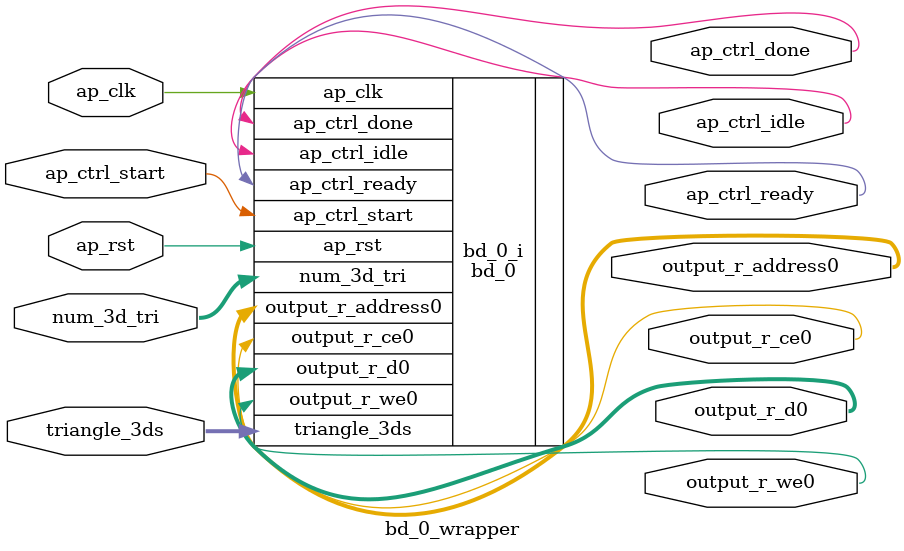
<source format=v>
`timescale 1 ps / 1 ps

module bd_0_wrapper
   (ap_clk,
    ap_ctrl_done,
    ap_ctrl_idle,
    ap_ctrl_ready,
    ap_ctrl_start,
    ap_rst,
    num_3d_tri,
    output_r_address0,
    output_r_ce0,
    output_r_d0,
    output_r_we0,
    triangle_3ds);
  input ap_clk;
  output ap_ctrl_done;
  output ap_ctrl_idle;
  output ap_ctrl_ready;
  input ap_ctrl_start;
  input ap_rst;
  input [31:0]num_3d_tri;
  output [15:0]output_r_address0;
  output output_r_ce0;
  output [7:0]output_r_d0;
  output output_r_we0;
  input [71:0]triangle_3ds;

  wire ap_clk;
  wire ap_ctrl_done;
  wire ap_ctrl_idle;
  wire ap_ctrl_ready;
  wire ap_ctrl_start;
  wire ap_rst;
  wire [31:0]num_3d_tri;
  wire [15:0]output_r_address0;
  wire output_r_ce0;
  wire [7:0]output_r_d0;
  wire output_r_we0;
  wire [71:0]triangle_3ds;

  bd_0 bd_0_i
       (.ap_clk(ap_clk),
        .ap_ctrl_done(ap_ctrl_done),
        .ap_ctrl_idle(ap_ctrl_idle),
        .ap_ctrl_ready(ap_ctrl_ready),
        .ap_ctrl_start(ap_ctrl_start),
        .ap_rst(ap_rst),
        .num_3d_tri(num_3d_tri),
        .output_r_address0(output_r_address0),
        .output_r_ce0(output_r_ce0),
        .output_r_d0(output_r_d0),
        .output_r_we0(output_r_we0),
        .triangle_3ds(triangle_3ds));
endmodule

</source>
